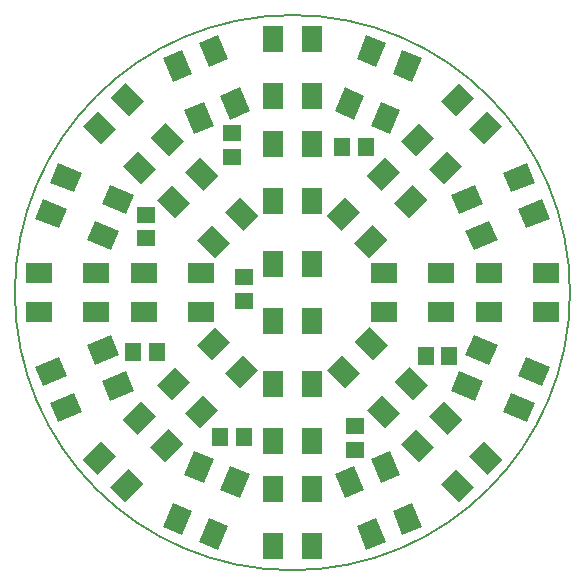
<source format=gbr>
%TF.GenerationSoftware,KiCad,Pcbnew,4.0.7+dfsg1-1*%
%TF.CreationDate,2018-03-01T17:25:55+01:00*%
%TF.ProjectId,ARC-Reactor,4152432D52656163746F722E6B696361,rev?*%
%TF.FileFunction,Soldermask,Top*%
%FSLAX46Y46*%
G04 Gerber Fmt 4.6, Leading zero omitted, Abs format (unit mm)*
G04 Created by KiCad (PCBNEW 4.0.7+dfsg1-1) date Thu Mar  1 17:25:55 2018*
%MOMM*%
%LPD*%
G01*
G04 APERTURE LIST*
%ADD10C,0.150000*%
%ADD11R,2.200000X1.800000*%
%ADD12R,1.800000X2.200000*%
%ADD13R,1.400000X1.650000*%
%ADD14R,1.650000X1.400000*%
G04 APERTURE END LIST*
D10*
X123500000Y-100000000D02*
G75*
G03X123500000Y-100000000I-23500000J0D01*
G01*
D11*
X112559999Y-101649999D03*
X112559999Y-98349999D03*
X107759999Y-98349999D03*
X107759999Y-101649999D03*
D10*
G36*
X107573113Y-108633772D02*
X109128748Y-110189407D01*
X107855955Y-111462200D01*
X106300320Y-109906565D01*
X107573113Y-108633772D01*
X107573113Y-108633772D01*
G37*
G36*
X109906565Y-106300320D02*
X111462200Y-107855955D01*
X110189407Y-109128748D01*
X108633772Y-107573113D01*
X109906565Y-106300320D01*
X109906565Y-106300320D01*
G37*
G36*
X106512453Y-102906208D02*
X108068088Y-104461843D01*
X106795295Y-105734636D01*
X105239660Y-104179001D01*
X106512453Y-102906208D01*
X106512453Y-102906208D01*
G37*
G36*
X104179001Y-105239660D02*
X105734636Y-106795295D01*
X104461843Y-108068088D01*
X102906208Y-106512453D01*
X104179001Y-105239660D01*
X104179001Y-105239660D01*
G37*
D12*
X98349999Y-112559999D03*
X101649999Y-112559999D03*
X101649999Y-107759999D03*
X98349999Y-107759999D03*
D10*
G36*
X91366227Y-107573113D02*
X89810592Y-109128748D01*
X88537799Y-107855955D01*
X90093434Y-106300320D01*
X91366227Y-107573113D01*
X91366227Y-107573113D01*
G37*
G36*
X93699679Y-109906565D02*
X92144044Y-111462200D01*
X90871251Y-110189407D01*
X92426886Y-108633772D01*
X93699679Y-109906565D01*
X93699679Y-109906565D01*
G37*
G36*
X97093791Y-106512453D02*
X95538156Y-108068088D01*
X94265363Y-106795295D01*
X95820998Y-105239660D01*
X97093791Y-106512453D01*
X97093791Y-106512453D01*
G37*
G36*
X94760339Y-104179001D02*
X93204704Y-105734636D01*
X91931911Y-104461843D01*
X93487546Y-102906208D01*
X94760339Y-104179001D01*
X94760339Y-104179001D01*
G37*
D11*
X87439999Y-98349999D03*
X87439999Y-101649999D03*
X92239999Y-101649999D03*
X92239999Y-98349999D03*
D10*
G36*
X92426886Y-91366227D02*
X90871251Y-89810592D01*
X92144044Y-88537799D01*
X93699679Y-90093434D01*
X92426886Y-91366227D01*
X92426886Y-91366227D01*
G37*
G36*
X90093434Y-93699679D02*
X88537799Y-92144044D01*
X89810592Y-90871251D01*
X91366227Y-92426886D01*
X90093434Y-93699679D01*
X90093434Y-93699679D01*
G37*
G36*
X93487546Y-97093791D02*
X91931911Y-95538156D01*
X93204704Y-94265363D01*
X94760339Y-95820998D01*
X93487546Y-97093791D01*
X93487546Y-97093791D01*
G37*
G36*
X95820998Y-94760339D02*
X94265363Y-93204704D01*
X95538156Y-91931911D01*
X97093791Y-93487546D01*
X95820998Y-94760339D01*
X95820998Y-94760339D01*
G37*
D12*
X101649999Y-87439999D03*
X98349999Y-87439999D03*
X98349999Y-92239999D03*
X101649999Y-92239999D03*
D10*
G36*
X108633772Y-92426886D02*
X110189407Y-90871251D01*
X111462200Y-92144044D01*
X109906565Y-93699679D01*
X108633772Y-92426886D01*
X108633772Y-92426886D01*
G37*
G36*
X106300320Y-90093434D02*
X107855955Y-88537799D01*
X109128748Y-89810592D01*
X107573113Y-91366227D01*
X106300320Y-90093434D01*
X106300320Y-90093434D01*
G37*
G36*
X102906208Y-93487546D02*
X104461843Y-91931911D01*
X105734636Y-93204704D01*
X104179001Y-94760339D01*
X102906208Y-93487546D01*
X102906208Y-93487546D01*
G37*
G36*
X105239660Y-95820998D02*
X106795295Y-94265363D01*
X108068088Y-95538156D01*
X106512453Y-97093791D01*
X105239660Y-95820998D01*
X105239660Y-95820998D01*
G37*
D11*
X121449999Y-101649999D03*
X121449999Y-98349999D03*
X116649999Y-98349999D03*
X116649999Y-101649999D03*
D10*
G36*
X118513935Y-108480517D02*
X120546470Y-109322420D01*
X119857639Y-110985403D01*
X117825104Y-110143500D01*
X118513935Y-108480517D01*
X118513935Y-108480517D01*
G37*
G36*
X119776791Y-105431715D02*
X121809326Y-106273618D01*
X121120495Y-107936601D01*
X119087960Y-107094698D01*
X119776791Y-105431715D01*
X119776791Y-105431715D01*
G37*
G36*
X115342169Y-103594835D02*
X117374704Y-104436738D01*
X116685873Y-106099721D01*
X114653338Y-105257818D01*
X115342169Y-103594835D01*
X115342169Y-103594835D01*
G37*
G36*
X114079313Y-106643637D02*
X116111848Y-107485540D01*
X115423017Y-109148523D01*
X113390482Y-108306620D01*
X114079313Y-106643637D01*
X114079313Y-106643637D01*
G37*
G36*
X113859293Y-114919952D02*
X115414928Y-116475587D01*
X114142135Y-117748380D01*
X112586500Y-116192745D01*
X113859293Y-114919952D01*
X113859293Y-114919952D01*
G37*
G36*
X116192745Y-112586500D02*
X117748380Y-114142135D01*
X116475587Y-115414928D01*
X114919952Y-113859293D01*
X116192745Y-112586500D01*
X116192745Y-112586500D01*
G37*
G36*
X112798633Y-109192388D02*
X114354268Y-110748023D01*
X113081475Y-112020816D01*
X111525840Y-110465181D01*
X112798633Y-109192388D01*
X112798633Y-109192388D01*
G37*
G36*
X110465181Y-111525840D02*
X112020816Y-113081475D01*
X110748023Y-114354268D01*
X109192388Y-112798633D01*
X110465181Y-111525840D01*
X110465181Y-111525840D01*
G37*
G36*
X107094698Y-119087960D02*
X107936601Y-121120495D01*
X106273618Y-121809326D01*
X105431715Y-119776791D01*
X107094698Y-119087960D01*
X107094698Y-119087960D01*
G37*
G36*
X110143500Y-117825104D02*
X110985403Y-119857639D01*
X109322420Y-120546470D01*
X108480517Y-118513935D01*
X110143500Y-117825104D01*
X110143500Y-117825104D01*
G37*
G36*
X108306620Y-113390482D02*
X109148523Y-115423017D01*
X107485540Y-116111848D01*
X106643637Y-114079313D01*
X108306620Y-113390482D01*
X108306620Y-113390482D01*
G37*
G36*
X105257818Y-114653338D02*
X106099721Y-116685873D01*
X104436738Y-117374704D01*
X103594835Y-115342169D01*
X105257818Y-114653338D01*
X105257818Y-114653338D01*
G37*
D12*
X98349999Y-121449999D03*
X101649999Y-121449999D03*
X101649999Y-116649999D03*
X98349999Y-116649999D03*
D10*
G36*
X91519482Y-118513935D02*
X90677579Y-120546470D01*
X89014596Y-119857639D01*
X89856499Y-117825104D01*
X91519482Y-118513935D01*
X91519482Y-118513935D01*
G37*
G36*
X94568284Y-119776791D02*
X93726381Y-121809326D01*
X92063398Y-121120495D01*
X92905301Y-119087960D01*
X94568284Y-119776791D01*
X94568284Y-119776791D01*
G37*
G36*
X96405164Y-115342169D02*
X95563261Y-117374704D01*
X93900278Y-116685873D01*
X94742181Y-114653338D01*
X96405164Y-115342169D01*
X96405164Y-115342169D01*
G37*
G36*
X93356362Y-114079313D02*
X92514459Y-116111848D01*
X90851476Y-115423017D01*
X91693379Y-113390482D01*
X93356362Y-114079313D01*
X93356362Y-114079313D01*
G37*
G36*
X85080047Y-113859293D02*
X83524412Y-115414928D01*
X82251619Y-114142135D01*
X83807254Y-112586500D01*
X85080047Y-113859293D01*
X85080047Y-113859293D01*
G37*
G36*
X87413499Y-116192745D02*
X85857864Y-117748380D01*
X84585071Y-116475587D01*
X86140706Y-114919952D01*
X87413499Y-116192745D01*
X87413499Y-116192745D01*
G37*
G36*
X90807611Y-112798633D02*
X89251976Y-114354268D01*
X87979183Y-113081475D01*
X89534818Y-111525840D01*
X90807611Y-112798633D01*
X90807611Y-112798633D01*
G37*
G36*
X88474159Y-110465181D02*
X86918524Y-112020816D01*
X85645731Y-110748023D01*
X87201366Y-109192388D01*
X88474159Y-110465181D01*
X88474159Y-110465181D01*
G37*
G36*
X80912038Y-107094698D02*
X78879503Y-107936601D01*
X78190672Y-106273618D01*
X80223207Y-105431715D01*
X80912038Y-107094698D01*
X80912038Y-107094698D01*
G37*
G36*
X82174894Y-110143500D02*
X80142359Y-110985403D01*
X79453528Y-109322420D01*
X81486063Y-108480517D01*
X82174894Y-110143500D01*
X82174894Y-110143500D01*
G37*
G36*
X86609516Y-108306620D02*
X84576981Y-109148523D01*
X83888150Y-107485540D01*
X85920685Y-106643637D01*
X86609516Y-108306620D01*
X86609516Y-108306620D01*
G37*
G36*
X85346660Y-105257818D02*
X83314125Y-106099721D01*
X82625294Y-104436738D01*
X84657829Y-103594835D01*
X85346660Y-105257818D01*
X85346660Y-105257818D01*
G37*
D11*
X78549999Y-98349999D03*
X78549999Y-101649999D03*
X83349999Y-101649999D03*
X83349999Y-98349999D03*
D10*
G36*
X81486063Y-91519482D02*
X79453528Y-90677579D01*
X80142359Y-89014596D01*
X82174894Y-89856499D01*
X81486063Y-91519482D01*
X81486063Y-91519482D01*
G37*
G36*
X80223207Y-94568284D02*
X78190672Y-93726381D01*
X78879503Y-92063398D01*
X80912038Y-92905301D01*
X80223207Y-94568284D01*
X80223207Y-94568284D01*
G37*
G36*
X84657829Y-96405164D02*
X82625294Y-95563261D01*
X83314125Y-93900278D01*
X85346660Y-94742181D01*
X84657829Y-96405164D01*
X84657829Y-96405164D01*
G37*
G36*
X85920685Y-93356362D02*
X83888150Y-92514459D01*
X84576981Y-90851476D01*
X86609516Y-91693379D01*
X85920685Y-93356362D01*
X85920685Y-93356362D01*
G37*
G36*
X86140706Y-85080047D02*
X84585071Y-83524412D01*
X85857864Y-82251619D01*
X87413499Y-83807254D01*
X86140706Y-85080047D01*
X86140706Y-85080047D01*
G37*
G36*
X83807254Y-87413499D02*
X82251619Y-85857864D01*
X83524412Y-84585071D01*
X85080047Y-86140706D01*
X83807254Y-87413499D01*
X83807254Y-87413499D01*
G37*
G36*
X87201366Y-90807611D02*
X85645731Y-89251976D01*
X86918524Y-87979183D01*
X88474159Y-89534818D01*
X87201366Y-90807611D01*
X87201366Y-90807611D01*
G37*
G36*
X89534818Y-88474159D02*
X87979183Y-86918524D01*
X89251976Y-85645731D01*
X90807611Y-87201366D01*
X89534818Y-88474159D01*
X89534818Y-88474159D01*
G37*
G36*
X92905301Y-80912038D02*
X92063398Y-78879503D01*
X93726381Y-78190672D01*
X94568284Y-80223207D01*
X92905301Y-80912038D01*
X92905301Y-80912038D01*
G37*
G36*
X89856499Y-82174894D02*
X89014596Y-80142359D01*
X90677579Y-79453528D01*
X91519482Y-81486063D01*
X89856499Y-82174894D01*
X89856499Y-82174894D01*
G37*
G36*
X91693379Y-86609516D02*
X90851476Y-84576981D01*
X92514459Y-83888150D01*
X93356362Y-85920685D01*
X91693379Y-86609516D01*
X91693379Y-86609516D01*
G37*
G36*
X94742181Y-85346660D02*
X93900278Y-83314125D01*
X95563261Y-82625294D01*
X96405164Y-84657829D01*
X94742181Y-85346660D01*
X94742181Y-85346660D01*
G37*
D12*
X101649999Y-78549999D03*
X98349999Y-78549999D03*
X98349999Y-83349999D03*
X101649999Y-83349999D03*
D10*
G36*
X108480517Y-81486063D02*
X109322420Y-79453528D01*
X110985403Y-80142359D01*
X110143500Y-82174894D01*
X108480517Y-81486063D01*
X108480517Y-81486063D01*
G37*
G36*
X105431715Y-80223207D02*
X106273618Y-78190672D01*
X107936601Y-78879503D01*
X107094698Y-80912038D01*
X105431715Y-80223207D01*
X105431715Y-80223207D01*
G37*
G36*
X103594835Y-84657829D02*
X104436738Y-82625294D01*
X106099721Y-83314125D01*
X105257818Y-85346660D01*
X103594835Y-84657829D01*
X103594835Y-84657829D01*
G37*
G36*
X106643637Y-85920685D02*
X107485540Y-83888150D01*
X109148523Y-84576981D01*
X108306620Y-86609516D01*
X106643637Y-85920685D01*
X106643637Y-85920685D01*
G37*
G36*
X114919952Y-86140706D02*
X116475587Y-84585071D01*
X117748380Y-85857864D01*
X116192745Y-87413499D01*
X114919952Y-86140706D01*
X114919952Y-86140706D01*
G37*
G36*
X112586500Y-83807254D02*
X114142135Y-82251619D01*
X115414928Y-83524412D01*
X113859293Y-85080047D01*
X112586500Y-83807254D01*
X112586500Y-83807254D01*
G37*
G36*
X109192388Y-87201366D02*
X110748023Y-85645731D01*
X112020816Y-86918524D01*
X110465181Y-88474159D01*
X109192388Y-87201366D01*
X109192388Y-87201366D01*
G37*
G36*
X111525840Y-89534818D02*
X113081475Y-87979183D01*
X114354268Y-89251976D01*
X112798633Y-90807611D01*
X111525840Y-89534818D01*
X111525840Y-89534818D01*
G37*
G36*
X119087960Y-92905301D02*
X121120495Y-92063398D01*
X121809326Y-93726381D01*
X119776791Y-94568284D01*
X119087960Y-92905301D01*
X119087960Y-92905301D01*
G37*
G36*
X117825104Y-89856499D02*
X119857639Y-89014596D01*
X120546470Y-90677579D01*
X118513935Y-91519482D01*
X117825104Y-89856499D01*
X117825104Y-89856499D01*
G37*
G36*
X113390482Y-91693379D02*
X115423017Y-90851476D01*
X116111848Y-92514459D01*
X114079313Y-93356362D01*
X113390482Y-91693379D01*
X113390482Y-91693379D01*
G37*
G36*
X114653338Y-94742181D02*
X116685873Y-93900278D01*
X117374704Y-95563261D01*
X115342169Y-96405164D01*
X114653338Y-94742181D01*
X114653338Y-94742181D01*
G37*
D12*
X101650000Y-97600000D03*
X98350000Y-97600000D03*
X98350000Y-102400000D03*
X101650000Y-102400000D03*
D13*
X93900000Y-112200000D03*
X95900000Y-112200000D03*
D14*
X105300000Y-111300000D03*
X105300000Y-113300000D03*
D13*
X111300000Y-105400000D03*
X113300000Y-105400000D03*
X106200000Y-87700000D03*
X104200000Y-87700000D03*
D14*
X94900000Y-88500000D03*
X94900000Y-86500000D03*
X87600000Y-93400000D03*
X87600000Y-95400000D03*
D13*
X86500000Y-105000000D03*
X88500000Y-105000000D03*
D14*
X95900000Y-98700000D03*
X95900000Y-100700000D03*
M02*

</source>
